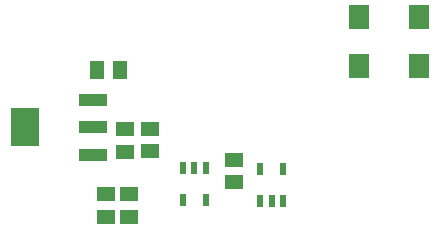
<source format=gtp>
G04 Layer_Color=8421504*
%FSLAX24Y24*%
%MOIN*%
G70*
G01*
G75*
%ADD10R,0.0591X0.0512*%
%ADD11R,0.0236X0.0413*%
%ADD12R,0.0700X0.0790*%
%ADD13R,0.0512X0.0591*%
%ADD14R,0.0945X0.0394*%
%ADD15R,0.0945X0.1299*%
D10*
X4843Y354D02*
D03*
Y1102D02*
D03*
X5620Y354D02*
D03*
Y1102D02*
D03*
X9114Y2264D02*
D03*
Y1516D02*
D03*
X6339Y2539D02*
D03*
Y3287D02*
D03*
X5502Y2530D02*
D03*
Y3278D02*
D03*
D11*
X7431Y1978D02*
D03*
X7805D02*
D03*
X8179D02*
D03*
X7431Y915D02*
D03*
X8179D02*
D03*
X10748Y886D02*
D03*
X10374D02*
D03*
X10000D02*
D03*
X10748Y1949D02*
D03*
X10000D02*
D03*
D12*
X13305Y7024D02*
D03*
Y5374D02*
D03*
X15305Y7024D02*
D03*
Y5374D02*
D03*
D13*
X5315Y5256D02*
D03*
X4567D02*
D03*
D14*
X4429Y2431D02*
D03*
Y3337D02*
D03*
Y4242D02*
D03*
D15*
X2146Y3337D02*
D03*
M02*

</source>
